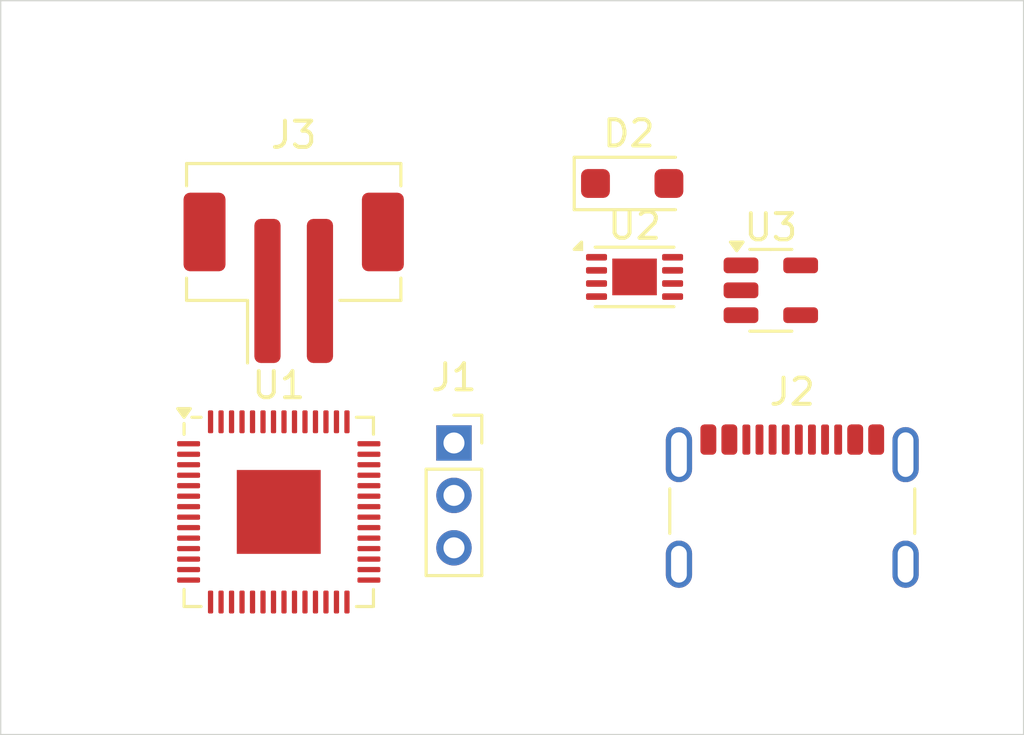
<source format=kicad_pcb>
(kicad_pcb (version 20241229) (generator "pcbnew") (generator_version "9.0")
  (layers (0 "F.Cu" signal) (2 "B.Cu" signal) (13 "F.Paste" user) (15 "B.Paste" user) (5 "F.SilkS" user "F.Silkscreen") (7 "B.SilkS" user "B.Silkscreen") (1 "F.Mask" user) (3 "B.Mask" user) (25 "Edge.Cuts" user))
  (net 0 "")
  (net 1 "/Power/VBUS")
  (net 2 "/Power/VBAT")
  (net 3 "GND")
  (net 4 "Net-(J1-Pin_3)")
  (net 5 "Net-(J1-Pin_2)")
  (net 9 "Net-(U1-DVDD-Pad23)")
  (net 12 "+1V1")
  (net 21 "Net-(U1-USB_DM)")
  (net 45 "Net-(U1-USB_DP)")
  (net 55 "Net-(U2-STAT)")
  (net 56 "Net-(U2-PROG)")
  (net 59 "+3V3")
  (net 60 "Net-(U3-EN)")
  (net 61 "Net-(J2-CC2)")
  (net 62 "/USB_DM")
  (net 64 "Net-(J2-CC1)")
  (net 65 "/USB_DP")
  (footprint "Connector_PinSocket_2.00mm:PinSocket_1x03_P2.00mm_Vertical" (layer "F.Cu") (at 120.2825 120.375)
    (property "Reference" "J1" (at 0 -2.5 0) (layer "F.SilkS"))
    (property "Value" "Conn_01x03_Pin")
    (fp_line (start -1.06 1) (end -1.06 5.06) (stroke (width 0.12)) (layer "F.SilkS"))
    (fp_line (start -1.06 1) (end 1.06 1) (stroke (width 0.12)) (layer "F.SilkS"))
    (fp_line (start -1.06 5.06) (end 1.06 5.06) (stroke (width 0.12)) (layer "F.SilkS"))
    (fp_line (start 0 -1.06) (end 1.06 -1.06) (stroke (width 0.12)) (layer "F.SilkS"))
    (fp_line (start 1.06 -1.06) (end 1.06 0) (stroke (width 0.12)) (layer "F.SilkS"))
    (fp_line (start 1.06 1) (end 1.06 5.06) (stroke (width 0.12)) (layer "F.SilkS"))
    (pad "1" thru_hole rect (at 0 0) (size 1.35 1.35) (drill 0.8) (layers "*.Cu" "*.Mask") (net 3 "GND"))
    (pad "2" thru_hole circle (at 0 2) (size 1.35 1.35) (drill 0.8) (layers "*.Cu" "*.Mask") (net 5 "Net-(J1-Pin_2)"))
    (pad "3" thru_hole circle (at 0 4) (size 1.35 1.35) (drill 0.8) (layers "*.Cu" "*.Mask") (net 4 "Net-(J1-Pin_3)"))
  )
  (footprint "Connector_USB:USB_C_Receptacle_GCT_USB4105-xx-A_16P_TopMnt_Horizontal" (layer "F.Cu") (at 133.18 123.925)
    (property "Reference" "J2" (at 0 -5.5 0) (layer "F.SilkS"))
    (property "Value" "USB_C_Receptacle")
    (fp_line (start -4.67 -0.1) (end -4.67 -1.8) (stroke (width 0.12)) (layer "F.SilkS"))
    (fp_line (start 4.67 -0.1) (end 4.67 -1.8) (stroke (width 0.12)) (layer "F.SilkS"))
    (pad "" np_thru_hole circle (at -2.89 -2.605) (size 0.65 0.65) (drill 0.65) (layers "*.Cu" "*.Mask"))
    (pad "" np_thru_hole circle (at 2.89 -2.605) (size 0.65 0.65) (drill 0.65) (layers "*.Cu" "*.Mask"))
    (pad "A1" smd roundrect (at -3.2 -3.68) (size 0.6 1.15) (layers "F.Cu" "F.Mask" "F.Paste") (net 3 "GND"))
    (pad "A4" smd roundrect (at -2.4 -3.68) (size 0.6 1.15) (layers "F.Cu" "F.Mask" "F.Paste") (net 1 "/Power/VBUS"))
    (pad "A5" smd roundrect (at -1.25 -3.68) (size 0.3 1.15) (layers "F.Cu" "F.Mask" "F.Paste") (net 64 "Net-(J2-CC1)"))
    (pad "A6" smd roundrect (at -0.25 -3.68) (size 0.3 1.15) (layers "F.Cu" "F.Mask" "F.Paste") (net 65 "/USB_DP"))
    (pad "A7" smd roundrect (at 0.25 -3.68) (size 0.3 1.15) (layers "F.Cu" "F.Mask" "F.Paste") (net 62 "/USB_DM"))
    (pad "A8" smd roundrect (at 1.25 -3.68) (size 0.3 1.15) (layers "F.Cu" "F.Mask" "F.Paste"))
    (pad "A9" smd roundrect (at 2.4 -3.68) (size 0.6 1.15) (layers "F.Cu" "F.Mask" "F.Paste") (net 1 "/Power/VBUS"))
    (pad "A12" smd roundrect (at 3.2 -3.68) (size 0.6 1.15) (layers "F.Cu" "F.Mask" "F.Paste") (net 3 "GND"))
    (pad "B1" smd roundrect (at 3.2 -3.68) (size 0.6 1.15) (layers "F.Cu" "F.Mask" "F.Paste") (net 3 "GND"))
    (pad "B4" smd roundrect (at 2.4 -3.68) (size 0.6 1.15) (layers "F.Cu" "F.Mask" "F.Paste") (net 1 "/Power/VBUS"))
    (pad "B5" smd roundrect (at 1.75 -3.68) (size 0.3 1.15) (layers "F.Cu" "F.Mask" "F.Paste") (net 61 "Net-(J2-CC2)"))
    (pad "B6" smd roundrect (at 0.75 -3.68) (size 0.3 1.15) (layers "F.Cu" "F.Mask" "F.Paste") (net 65 "/USB_DP"))
    (pad "B7" smd roundrect (at -0.75 -3.68) (size 0.3 1.15) (layers "F.Cu" "F.Mask" "F.Paste") (net 62 "/USB_DM"))
    (pad "B8" smd roundrect (at -1.75 -3.68) (size 0.3 1.15) (layers "F.Cu" "F.Mask" "F.Paste"))
    (pad "B9" smd roundrect (at -2.4 -3.68) (size 0.6 1.15) (layers "F.Cu" "F.Mask" "F.Paste") (net 1 "/Power/VBUS"))
    (pad "B12" smd roundrect (at -3.2 -3.68) (size 0.6 1.15) (layers "F.Cu" "F.Mask" "F.Paste") (net 3 "GND"))
    (pad "S1" thru_hole oval (at -4.32 -3.105) (size 1 2.1) (drill oval 0.6 1.7) (property pad_prop_heatsink) (layers "*.Cu" "*.Mask" "F.Paste") (net 3 "GND"))
    (pad "S1" thru_hole oval (at -4.32 1.075) (size 1 1.8) (drill oval 0.6 1.4) (property pad_prop_heatsink) (layers "*.Cu" "*.Mask" "F.Paste") (net 3 "GND"))
    (pad "S1" thru_hole oval (at 4.32 -3.105) (size 1 2.1) (drill oval 0.6 1.7) (property pad_prop_heatsink) (layers "*.Cu" "*.Mask" "F.Paste") (net 3 "GND"))
    (pad "S1" thru_hole oval (at 4.32 1.075) (size 1 1.8) (drill oval 0.6 1.4) (property pad_prop_heatsink) (layers "*.Cu" "*.Mask" "F.Paste") (net 3 "GND"))
  )
  (footprint "Package_DFN_QFN:DFN-8-1EP_3x2mm_P0.5mm_EP1.7x1.4mm" (layer "F.Cu") (at 127.1675 114.04)
    (property "Reference" "U2" (at 0 -1.95 0) (layer "F.SilkS"))
    (property "Value" "MCP73831-2-MC")
    (fp_line (start -1.5 -1.135) (end 1.5 -1.135) (stroke (width 0.12)) (layer "F.SilkS"))
    (fp_line (start -1.5 1.135) (end 1.5 1.135) (stroke (width 0.12)) (layer "F.SilkS"))
    (fp_poly (pts (xy -2.02 -1.05) (xy -2.3 -1.05) (xy -2.02 -1.33)) (stroke (width 0.12)) (fill yes) (layer "F.SilkS"))
    (pad "1" smd roundrect (at -1.45 -0.75) (size 0.8 0.25) (layers "F.Cu" "F.Mask" "F.Paste") (net 1 "/Power/VBUS"))
    (pad "2" smd roundrect (at -1.45 -0.25) (size 0.8 0.25) (layers "F.Cu" "F.Mask" "F.Paste") (net 1 "/Power/VBUS"))
    (pad "3" smd roundrect (at -1.45 0.25) (size 0.8 0.25) (layers "F.Cu" "F.Mask" "F.Paste") (net 2 "/Power/VBAT"))
    (pad "4" smd roundrect (at -1.45 0.75) (size 0.8 0.25) (layers "F.Cu" "F.Mask" "F.Paste") (net 2 "/Power/VBAT"))
    (pad "5" smd roundrect (at 1.45 0.75) (size 0.8 0.25) (layers "F.Cu" "F.Mask" "F.Paste") (net 55 "Net-(U2-STAT)"))
    (pad "6" smd roundrect (at 1.45 0.25) (size 0.8 0.25) (layers "F.Cu" "F.Mask" "F.Paste") (net 3 "GND"))
    (pad "7" smd roundrect (at 1.45 -0.25) (size 0.8 0.25) (layers "F.Cu" "F.Mask" "F.Paste"))
    (pad "8" smd roundrect (at 1.45 -0.75) (size 0.8 0.25) (layers "F.Cu" "F.Mask" "F.Paste") (net 56 "Net-(U2-PROG)"))
    (pad "9" smd rect (at 0 0) (size 1.7 1.4) (property pad_prop_heatsink) (layers "F.Cu" "F.Mask"))
  )
  (footprint "Package_TO_SOT_SMD:SOT-23-5" (layer "F.Cu") (at 132.3625 114.55)
    (property "Reference" "U3" (at 0 -2.4 0) (layer "F.SilkS"))
    (property "Value" "AP2112K-3.3")
    (fp_line (start 0 -1.56) (end -0.8 -1.56) (stroke (width 0.12)) (layer "F.SilkS"))
    (fp_line (start 0 -1.56) (end 0.8 -1.56) (stroke (width 0.12)) (layer "F.SilkS"))
    (fp_line (start 0 1.56) (end -0.8 1.56) (stroke (width 0.12)) (layer "F.SilkS"))
    (fp_line (start 0 1.56) (end 0.8 1.56) (stroke (width 0.12)) (layer "F.SilkS"))
    (fp_poly (pts (xy -1.3 -1.51) (xy -1.54 -1.84) (xy -1.06 -1.84)) (stroke (width 0.12)) (fill yes) (layer "F.SilkS"))
    (pad "1" smd roundrect (at -1.1375 -0.95) (size 1.325 0.6) (layers "F.Cu" "F.Mask" "F.Paste") (net 1 "/Power/VBUS"))
    (pad "2" smd roundrect (at -1.1375 0) (size 1.325 0.6) (layers "F.Cu" "F.Mask" "F.Paste") (net 3 "GND"))
    (pad "3" smd roundrect (at -1.1375 0.95) (size 1.325 0.6) (layers "F.Cu" "F.Mask" "F.Paste") (net 60 "Net-(U3-EN)"))
    (pad "4" smd roundrect (at 1.1375 0.95) (size 1.325 0.6) (layers "F.Cu" "F.Mask" "F.Paste"))
    (pad "5" smd roundrect (at 1.1375 -0.95) (size 1.325 0.6) (layers "F.Cu" "F.Mask" "F.Paste") (net 59 "+3V3"))
  )
  (footprint "Diode_SMD:D_SOD-123F" (layer "F.Cu") (at 127.0775 110.475)
    (property "Reference" "D2" (at -0.127 -1.905 0) (layer "F.SilkS"))
    (property "Value" "MBR1020VL")
    (fp_line (start -2.21 -1) (end -2.21 1) (stroke (width 0.12)) (layer "F.SilkS"))
    (fp_line (start -2.21 -1) (end 1.65 -1) (stroke (width 0.12)) (layer "F.SilkS"))
    (fp_line (start -2.21 1) (end 1.65 1) (stroke (width 0.12)) (layer "F.SilkS"))
    (pad "1" smd roundrect (at -1.4 0) (size 1.1 1.1) (layers "F.Cu" "F.Mask" "F.Paste") (roundrect_rratio 0.2272727273) (net 1 "/Power/VBUS"))
    (pad "2" smd roundrect (at 1.4 0) (size 1.1 1.1) (layers "F.Cu" "F.Mask" "F.Paste") (roundrect_rratio 0.2272727273) (net 2 "/Power/VBAT"))
  )
  (footprint "Connector_JST:JST_PH_B2B-PH-SM4-TB_1x02-1MP_P2.00mm_Vertical" (layer "F.Cu") (at 114.1725 114.075)
    (property "Reference" "J3" (at 0 -5.45 0) (layer "F.SilkS"))
    (property "Value" "Conn_01x02_Pin")
    (fp_line (start -4.085 -4.36) (end 4.085 -4.36) (stroke (width 0.12)) (layer "F.SilkS"))
    (fp_line (start -4.085 -3.51) (end -4.085 -4.36) (stroke (width 0.12)) (layer "F.SilkS"))
    (fp_line (start -4.085 0.01) (end -4.085 0.86) (stroke (width 0.12)) (layer "F.SilkS"))
    (fp_line (start -4.085 0.86) (end -1.76 0.86) (stroke (width 0.12)) (layer "F.SilkS"))
    (fp_line (start -1.76 0.86) (end -1.76 3.25) (stroke (width 0.12)) (layer "F.SilkS"))
    (fp_line (start 4.085 -4.36) (end 4.085 -3.51) (stroke (width 0.12)) (layer "F.SilkS"))
    (fp_line (start 4.085 0.01) (end 4.085 0.86) (stroke (width 0.12)) (layer "F.SilkS"))
    (fp_line (start 4.085 0.86) (end 1.76 0.86) (stroke (width 0.12)) (layer "F.SilkS"))
    (pad "1" smd roundrect (at -1 0.5) (size 1 5.5) (layers "F.Cu" "F.Mask" "F.Paste") (net 3 "GND"))
    (pad "2" smd roundrect (at 1 0.5) (size 1 5.5) (layers "F.Cu" "F.Mask" "F.Paste") (net 2 "/Power/VBAT"))
    (pad "MP" smd roundrect (at -3.4 -1.75) (size 1.6 3) (layers "F.Cu" "F.Mask" "F.Paste") (roundrect_rratio 0.15625))
    (pad "MP" smd roundrect (at 3.4 -1.75) (size 1.6 3) (layers "F.Cu" "F.Mask" "F.Paste") (roundrect_rratio 0.15625))
  )
  (footprint "Package_DFN_QFN:QFN-56-1EP_7x7mm_P0.4mm_EP3.2x3.2mm" (layer "F.Cu") (at 113.6025 123.005)
    (property "Reference" "U1" (at 0 -4.83 0) (layer "F.SilkS"))
    (property "Value" "RP2040")
    (fp_line (start -3.61 -2.96) (end -3.61 -3.37) (stroke (width 0.12)) (layer "F.SilkS"))
    (fp_line (start -3.61 3.61) (end -3.61 2.96) (stroke (width 0.12)) (layer "F.SilkS"))
    (fp_line (start -2.96 -3.61) (end -3.31 -3.61) (stroke (width 0.12)) (layer "F.SilkS"))
    (fp_line (start -2.96 3.61) (end -3.61 3.61) (stroke (width 0.12)) (layer "F.SilkS"))
    (fp_line (start 2.96 -3.61) (end 3.61 -3.61) (stroke (width 0.12)) (layer "F.SilkS"))
    (fp_line (start 2.96 3.61) (end 3.61 3.61) (stroke (width 0.12)) (layer "F.SilkS"))
    (fp_line (start 3.61 -3.61) (end 3.61 -2.96) (stroke (width 0.12)) (layer "F.SilkS"))
    (fp_line (start 3.61 3.61) (end 3.61 2.96) (stroke (width 0.12)) (layer "F.SilkS"))
    (fp_poly (pts (xy -3.61 -3.61) (xy -3.85 -3.94) (xy -3.37 -3.94)) (stroke (width 0.12)) (fill yes) (layer "F.SilkS"))
    (pad "1" smd roundrect (at -3.4375 -2.6) (size 0.875 0.2) (layers "F.Cu" "F.Mask" "F.Paste") (net 12 "+1V1"))
    (pad "2" smd roundrect (at -3.4375 -2.2) (size 0.875 0.2) (layers "F.Cu" "F.Mask" "F.Paste"))
    (pad "3" smd roundrect (at -3.4375 -1.8) (size 0.875 0.2) (layers "F.Cu" "F.Mask" "F.Paste"))
    (pad "4" smd roundrect (at -3.4375 -1.4) (size 0.875 0.2) (layers "F.Cu" "F.Mask" "F.Paste"))
    (pad "5" smd roundrect (at -3.4375 -1) (size 0.875 0.2) (layers "F.Cu" "F.Mask" "F.Paste"))
    (pad "6" smd roundrect (at -3.4375 -0.6) (size 0.875 0.2) (layers "F.Cu" "F.Mask" "F.Paste"))
    (pad "7" smd roundrect (at -3.4375 -0.2) (size 0.875 0.2) (layers "F.Cu" "F.Mask" "F.Paste"))
    (pad "8" smd roundrect (at -3.4375 0.2) (size 0.875 0.2) (layers "F.Cu" "F.Mask" "F.Paste"))
    (pad "9" smd roundrect (at -3.4375 0.6) (size 0.875 0.2) (layers "F.Cu" "F.Mask" "F.Paste"))
    (pad "10" smd roundrect (at -3.4375 1) (size 0.875 0.2) (layers "F.Cu" "F.Mask" "F.Paste") (net 12 "+1V1"))
    (pad "11" smd roundrect (at -3.4375 1.4) (size 0.875 0.2) (layers "F.Cu" "F.Mask" "F.Paste"))
    (pad "12" smd roundrect (at -3.4375 1.8) (size 0.875 0.2) (layers "F.Cu" "F.Mask" "F.Paste"))
    (pad "13" smd roundrect (at -3.4375 2.2) (size 0.875 0.2) (layers "F.Cu" "F.Mask" "F.Paste"))
    (pad "14" smd roundrect (at -3.4375 2.6) (size 0.875 0.2) (layers "F.Cu" "F.Mask" "F.Paste"))
    (pad "15" smd roundrect (at -2.6 3.4375) (size 0.2 0.875) (layers "F.Cu" "F.Mask" "F.Paste"))
    (pad "16" smd roundrect (at -2.2 3.4375) (size 0.2 0.875) (layers "F.Cu" "F.Mask" "F.Paste"))
    (pad "17" smd roundrect (at -1.8 3.4375) (size 0.2 0.875) (layers "F.Cu" "F.Mask" "F.Paste"))
    (pad "18" smd roundrect (at -1.4 3.4375) (size 0.2 0.875) (layers "F.Cu" "F.Mask" "F.Paste"))
    (pad "19" smd roundrect (at -1 3.4375) (size 0.2 0.875) (layers "F.Cu" "F.Mask" "F.Paste"))
    (pad "20" smd roundrect (at -0.6 3.4375) (size 0.2 0.875) (layers "F.Cu" "F.Mask" "F.Paste"))
    (pad "21" smd roundrect (at -0.2 3.4375) (size 0.2 0.875) (layers "F.Cu" "F.Mask" "F.Paste"))
    (pad "22" smd roundrect (at 0.2 3.4375) (size 0.2 0.875) (layers "F.Cu" "F.Mask" "F.Paste") (net 12 "+1V1"))
    (pad "23" smd roundrect (at 0.6 3.4375) (size 0.2 0.875) (layers "F.Cu" "F.Mask" "F.Paste") (net 9 "Net-(U1-DVDD-Pad23)"))
    (pad "24" smd roundrect (at 1 3.4375) (size 0.2 0.875) (layers "F.Cu" "F.Mask" "F.Paste") (net 4 "Net-(J1-Pin_3)"))
    (pad "25" smd roundrect (at 1.4 3.4375) (size 0.2 0.875) (layers "F.Cu" "F.Mask" "F.Paste") (net 5 "Net-(J1-Pin_2)"))
    (pad "26" smd roundrect (at 1.8 3.4375) (size 0.2 0.875) (layers "F.Cu" "F.Mask" "F.Paste"))
    (pad "27" smd roundrect (at 2.2 3.4375) (size 0.2 0.875) (layers "F.Cu" "F.Mask" "F.Paste"))
    (pad "28" smd roundrect (at 2.6 3.4375) (size 0.2 0.875) (layers "F.Cu" "F.Mask" "F.Paste"))
    (pad "29" smd roundrect (at 3.4375 2.6) (size 0.875 0.2) (layers "F.Cu" "F.Mask" "F.Paste"))
    (pad "30" smd roundrect (at 3.4375 2.2) (size 0.875 0.2) (layers "F.Cu" "F.Mask" "F.Paste"))
    (pad "31" smd roundrect (at 3.4375 1.8) (size 0.875 0.2) (layers "F.Cu" "F.Mask" "F.Paste"))
    (pad "32" smd roundrect (at 3.4375 1.4) (size 0.875 0.2) (layers "F.Cu" "F.Mask" "F.Paste"))
    (pad "33" smd roundrect (at 3.4375 1) (size 0.875 0.2) (layers "F.Cu" "F.Mask" "F.Paste") (net 12 "+1V1"))
    (pad "34" smd roundrect (at 3.4375 0.6) (size 0.875 0.2) (layers "F.Cu" "F.Mask" "F.Paste"))
    (pad "35" smd roundrect (at 3.4375 0.2) (size 0.875 0.2) (layers "F.Cu" "F.Mask" "F.Paste"))
    (pad "36" smd roundrect (at 3.4375 -0.2) (size 0.875 0.2) (layers "F.Cu" "F.Mask" "F.Paste"))
    (pad "37" smd roundrect (at 3.4375 -0.6) (size 0.875 0.2) (layers "F.Cu" "F.Mask" "F.Paste"))
    (pad "38" smd roundrect (at 3.4375 -1) (size 0.875 0.2) (layers "F.Cu" "F.Mask" "F.Paste"))
    (pad "39" smd roundrect (at 3.4375 -1.4) (size 0.875 0.2) (layers "F.Cu" "F.Mask" "F.Paste"))
    (pad "40" smd roundrect (at 3.4375 -1.8) (size 0.875 0.2) (layers "F.Cu" "F.Mask" "F.Paste"))
    (pad "41" smd roundrect (at 3.4375 -2.2) (size 0.875 0.2) (layers "F.Cu" "F.Mask" "F.Paste"))
    (pad "42" smd roundrect (at 3.4375 -2.6) (size 0.875 0.2) (layers "F.Cu" "F.Mask" "F.Paste") (net 12 "+1V1"))
    (pad "43" smd roundrect (at 2.6 -3.4375) (size 0.2 0.875) (layers "F.Cu" "F.Mask" "F.Paste"))
    (pad "44" smd roundrect (at 2.2 -3.4375) (size 0.2 0.875) (layers "F.Cu" "F.Mask" "F.Paste"))
    (pad "45" smd roundrect (at 1.8 -3.4375) (size 0.2 0.875) (layers "F.Cu" "F.Mask" "F.Paste"))
    (pad "46" smd roundrect (at 1.4 -3.4375) (size 0.2 0.875) (layers "F.Cu" "F.Mask" "F.Paste") (net 21 "Net-(U1-USB_DM)"))
    (pad "47" smd roundrect (at 1 -3.4375) (size 0.2 0.875) (layers "F.Cu" "F.Mask" "F.Paste") (net 45 "Net-(U1-USB_DP)"))
    (pad "48" smd roundrect (at 0.6 -3.4375) (size 0.2 0.875) (layers "F.Cu" "F.Mask" "F.Paste"))
    (pad "49" smd roundrect (at 0.2 -3.4375) (size 0.2 0.875) (layers "F.Cu" "F.Mask" "F.Paste") (net 12 "+1V1"))
    (pad "50" smd roundrect (at -0.2 -3.4375) (size 0.2 0.875) (layers "F.Cu" "F.Mask" "F.Paste") (net 9 "Net-(U1-DVDD-Pad23)"))
    (pad "51" smd roundrect (at -0.6 -3.4375) (size 0.2 0.875) (layers "F.Cu" "F.Mask" "F.Paste"))
    (pad "52" smd roundrect (at -1 -3.4375) (size 0.2 0.875) (layers "F.Cu" "F.Mask" "F.Paste"))
    (pad "53" smd roundrect (at -1.4 -3.4375) (size 0.2 0.875) (layers "F.Cu" "F.Mask" "F.Paste"))
    (pad "54" smd roundrect (at -1.8 -3.4375) (size 0.2 0.875) (layers "F.Cu" "F.Mask" "F.Paste"))
    (pad "55" smd roundrect (at -2.2 -3.4375) (size 0.2 0.875) (layers "F.Cu" "F.Mask" "F.Paste"))
    (pad "56" smd roundrect (at -2.6 -3.4375) (size 0.2 0.875) (layers "F.Cu" "F.Mask" "F.Paste"))
    (pad "57" smd rect (at 0 0) (size 3.2 3.2) (property pad_prop_heatsink) (layers "F.Cu" "F.Mask"))
  )
  (gr_rect (start 103 103.5) (end 142 131.5) (stroke (width 0.05)) (fill no) (layer "Edge.Cuts"))
)
</source>
